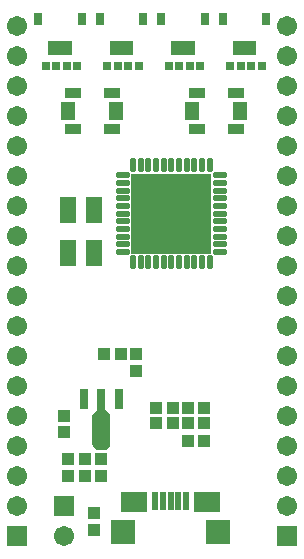
<source format=gts>
%FSLAX25Y25*%
%MOIN*%
G70*
G01*
G75*
G04 Layer_Color=8388736*
%ADD10R,0.03600X0.03600*%
%ADD11R,0.03600X0.03600*%
%ADD12R,0.07087X0.07480*%
%ADD13R,0.01575X0.05315*%
%ADD14R,0.08268X0.06299*%
%ADD15R,0.25787X0.25787*%
%ADD16O,0.01378X0.03937*%
%ADD17O,0.03937X0.01378*%
%ADD18R,0.02200X0.02200*%
%ADD19R,0.01181X0.03937*%
%ADD20R,0.01969X0.03150*%
%ADD21R,0.04724X0.07874*%
%ADD22R,0.04528X0.02953*%
%ADD23R,0.03740X0.05512*%
%ADD24R,0.02362X0.06299*%
%ADD25R,0.02362X0.07087*%
%ADD26C,0.00600*%
%ADD27C,0.01500*%
%ADD28C,0.01000*%
%ADD29C,0.00800*%
%ADD30C,0.01200*%
%ADD31C,0.03500*%
%ADD32C,0.01300*%
%ADD33C,0.02500*%
%ADD34C,0.02300*%
%ADD35C,0.02000*%
%ADD36C,0.05906*%
%ADD37R,0.05906X0.05906*%
%ADD38C,0.02500*%
%ADD39R,0.02200X0.02200*%
%ADD40R,0.03937X0.01260*%
%ADD41R,0.01260X0.03937*%
%ADD42R,0.09449X0.09449*%
%ADD43R,0.01963X0.04400*%
%ADD44R,0.03700X0.01600*%
%ADD45C,0.00984*%
%ADD46C,0.00787*%
%ADD47R,0.04400X0.04400*%
%ADD48R,0.04400X0.04400*%
%ADD49R,0.07887X0.08280*%
%ADD50R,0.02375X0.06115*%
%ADD51R,0.09068X0.07099*%
%ADD52R,0.26587X0.26587*%
%ADD53O,0.02178X0.04737*%
%ADD54O,0.04737X0.02178*%
%ADD55R,0.03000X0.03000*%
%ADD56R,0.01981X0.04737*%
%ADD57R,0.02769X0.03950*%
%ADD58R,0.05524X0.08674*%
%ADD59R,0.05328X0.03753*%
%ADD60R,0.04540X0.06312*%
%ADD61R,0.03162X0.07099*%
%ADD62R,0.03162X0.07887*%
%ADD63C,0.06706*%
%ADD64R,0.06706X0.06706*%
G36*
X34233Y46854D02*
X34285Y46844D01*
X34334Y46827D01*
X34381Y46804D01*
X34425Y46775D01*
X34465Y46740D01*
X35842Y45362D01*
X35877Y45323D01*
X35906Y45279D01*
X35929Y45232D01*
X35946Y45182D01*
X35956Y45131D01*
X35960Y45079D01*
Y35236D01*
X35956Y35184D01*
X35946Y35133D01*
X35929Y35083D01*
X35906Y35036D01*
X35877Y34992D01*
X35842Y34953D01*
X34465Y33575D01*
X34425Y33540D01*
X34381Y33511D01*
X34334Y33488D01*
X34285Y33471D01*
X34233Y33461D01*
X34181Y33457D01*
X31819D01*
X31767Y33461D01*
X31715Y33471D01*
X31666Y33488D01*
X31618Y33511D01*
X31575Y33540D01*
X31535Y33575D01*
X30158Y34953D01*
X30123Y34992D01*
X30094Y35036D01*
X30071Y35083D01*
X30054Y35133D01*
X30044Y35184D01*
X30040Y35236D01*
Y45079D01*
X30044Y45131D01*
X30054Y45182D01*
X30071Y45232D01*
X30094Y45279D01*
X30123Y45323D01*
X30158Y45362D01*
X31535Y46740D01*
X31575Y46775D01*
X31618Y46804D01*
X31666Y46827D01*
X31715Y46844D01*
X31767Y46854D01*
X31819Y46858D01*
X34181D01*
X34233Y46854D01*
D02*
G37*
D47*
X44500Y60000D02*
D03*
Y65500D02*
D03*
X33000Y30500D02*
D03*
Y25000D02*
D03*
X30500Y12500D02*
D03*
Y7000D02*
D03*
X20500Y45000D02*
D03*
Y39500D02*
D03*
D48*
X39500Y65500D02*
D03*
X34000D02*
D03*
X27500Y30500D02*
D03*
X22000D02*
D03*
X27500Y25000D02*
D03*
X22000D02*
D03*
X51335Y42500D02*
D03*
X56835D02*
D03*
X51335Y47500D02*
D03*
X56835D02*
D03*
X67335Y36665D02*
D03*
X61835D02*
D03*
Y42500D02*
D03*
X67335D02*
D03*
X61835Y47500D02*
D03*
X67335D02*
D03*
D49*
X71866Y6067D02*
D03*
X40370D02*
D03*
D50*
X51000Y16500D02*
D03*
X53559D02*
D03*
X56118D02*
D03*
X58677D02*
D03*
X61236D02*
D03*
D51*
X43913Y16106D02*
D03*
X68323D02*
D03*
D52*
X56339Y112341D02*
D03*
D53*
X69134Y96200D02*
D03*
X66575D02*
D03*
X64016D02*
D03*
X61457D02*
D03*
X58898D02*
D03*
X56339D02*
D03*
X53780D02*
D03*
X51221D02*
D03*
X48662D02*
D03*
X46103D02*
D03*
X43543D02*
D03*
Y128483D02*
D03*
X46103D02*
D03*
X48662D02*
D03*
X51221D02*
D03*
X53780D02*
D03*
X56339D02*
D03*
X58898D02*
D03*
X61457D02*
D03*
X64016D02*
D03*
X66575D02*
D03*
X69134D02*
D03*
D54*
X40197Y99546D02*
D03*
Y102105D02*
D03*
Y104664D02*
D03*
Y107223D02*
D03*
Y109782D02*
D03*
Y112341D02*
D03*
Y114900D02*
D03*
Y117459D02*
D03*
Y120018D02*
D03*
Y122578D02*
D03*
Y125137D02*
D03*
X72481D02*
D03*
Y122578D02*
D03*
Y120018D02*
D03*
Y117459D02*
D03*
Y114900D02*
D03*
Y112341D02*
D03*
Y109782D02*
D03*
Y107223D02*
D03*
Y104664D02*
D03*
Y102105D02*
D03*
Y99546D02*
D03*
D55*
X86500Y161500D02*
D03*
X83000D02*
D03*
X79500D02*
D03*
X76000D02*
D03*
X66000D02*
D03*
X62500D02*
D03*
X59000D02*
D03*
X55500D02*
D03*
X45500D02*
D03*
X42000D02*
D03*
X38500D02*
D03*
X35000D02*
D03*
X25000D02*
D03*
X21500D02*
D03*
X18000D02*
D03*
X14500D02*
D03*
D56*
X83700Y167500D02*
D03*
X81731D02*
D03*
X79763D02*
D03*
X77794D02*
D03*
X63200D02*
D03*
X61231D02*
D03*
X59263D02*
D03*
X57294D02*
D03*
X42700D02*
D03*
X40731D02*
D03*
X38763D02*
D03*
X36794D02*
D03*
X22200D02*
D03*
X20232D02*
D03*
X18263D02*
D03*
X16295D02*
D03*
D57*
X88031Y177342D02*
D03*
X73464D02*
D03*
X67531D02*
D03*
X52964D02*
D03*
X47031D02*
D03*
X32464D02*
D03*
X26531D02*
D03*
X11964D02*
D03*
D58*
X22008Y113625D02*
D03*
X30670D02*
D03*
X30670Y99156D02*
D03*
X22008Y99058D02*
D03*
D59*
X77810Y152624D02*
D03*
X64810D02*
D03*
X77810Y140624D02*
D03*
X64810D02*
D03*
X23500Y140500D02*
D03*
X36500D02*
D03*
X23500Y152500D02*
D03*
X36500D02*
D03*
D60*
X79310Y146624D02*
D03*
X63310D02*
D03*
X22000Y146500D02*
D03*
X38000D02*
D03*
D61*
X27095Y50394D02*
D03*
X38906D02*
D03*
D62*
X33000Y50000D02*
D03*
D63*
X20500Y5000D02*
D03*
X95000Y175000D02*
D03*
Y165000D02*
D03*
Y155000D02*
D03*
Y145000D02*
D03*
Y135000D02*
D03*
Y125000D02*
D03*
Y115000D02*
D03*
Y105000D02*
D03*
Y95000D02*
D03*
Y85000D02*
D03*
Y75000D02*
D03*
Y65000D02*
D03*
Y55000D02*
D03*
Y45000D02*
D03*
Y35000D02*
D03*
Y25000D02*
D03*
Y15000D02*
D03*
X5000Y175000D02*
D03*
Y165000D02*
D03*
Y155000D02*
D03*
Y145000D02*
D03*
Y135000D02*
D03*
Y125000D02*
D03*
Y115000D02*
D03*
Y105000D02*
D03*
Y95000D02*
D03*
Y85000D02*
D03*
Y75000D02*
D03*
Y65000D02*
D03*
Y55000D02*
D03*
Y45000D02*
D03*
Y35000D02*
D03*
Y25000D02*
D03*
Y15000D02*
D03*
D64*
X20500D02*
D03*
X95000Y5000D02*
D03*
X5000D02*
D03*
M02*

</source>
